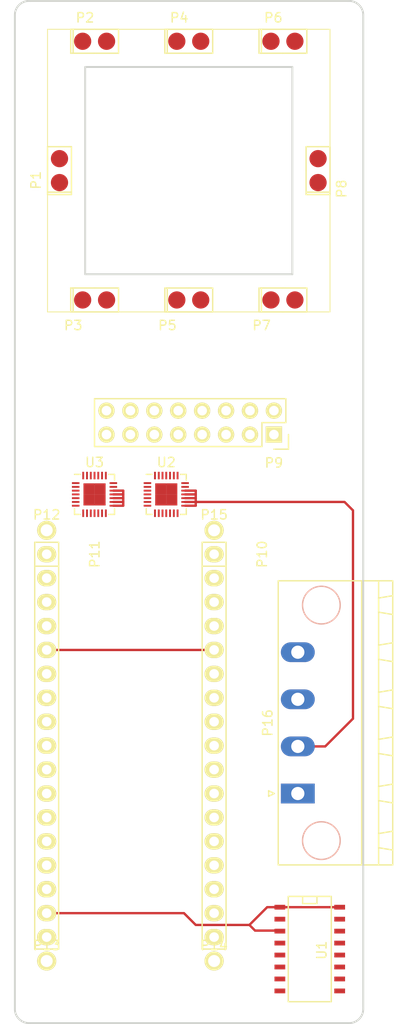
<source format=kicad_pcb>
(kicad_pcb (version 4) (host pcbnew 4.0.4-stable)
  (layers (0 F.Cu signal) (31 B.Cu signal) (34 B.Paste user) (35 F.Paste user) (36 B.SilkS user) (37 F.SilkS user) (38 B.Mask user) (39 F.Mask user) (44 Edge.Cuts user))
  (net 0 "")
  (net 1 /CONN-A15)
  (net 2 /CONN-A16)
  (net 3 /CONN-A11)
  (net 4 /CONN-A12)
  (net 5 /CONN-A13)
  (net 6 /CONN-A14)
  (net 7 /CONN-A7)
  (net 8 /CONN-A8)
  (net 9 /CONN-A9)
  (net 10 /CONN-A10)
  (net 11 /CONN-A5)
  (net 12 /CONN-A6)
  (net 13 /CONN-A3)
  (net 14 /CONN-A4)
  (net 15 /CONN-A1)
  (net 16 /CONN-A2)
  (net 17 /MOSI)
  (net 18 /SS)
  (net 19 "/1(Tx1)")
  (net 20 "/0(Rx1)")
  (net 21 /Reset)
  (net 22 GND)
  (net 23 "/2(SDA)")
  (net 24 "/3(**/SCL)")
  (net 25 "/4(A6)")
  (net 26 "/5(**)")
  (net 27 "/6(**/A7)")
  (net 28 /7)
  (net 29 "/8(A8)")
  (net 30 "/9(**/A9)")
  (net 31 "/10(A10)")
  (net 32 "/11(**)")
  (net 33 "/12(A11)")
  (net 34 /SCK)
  (net 35 /MISO)
  (net 36 /Vin)
  (net 37 +5V)
  (net 38 "Net-(P11-Pad7)")
  (net 39 "Net-(P11-Pad8)")
  (net 40 /A5)
  (net 41 /A4)
  (net 42 /A3)
  (net 43 /A2)
  (net 44 /A1)
  (net 45 /A0)
  (net 46 /AREF)
  (net 47 +3V3)
  (net 48 "/13(**)")
  (net 49 "Net-(P12-Pad1)")
  (net 50 "Net-(P13-Pad1)")
  (net 51 "Net-(P14-Pad1)")
  (net 52 "Net-(P15-Pad1)")
  (net 53 "Net-(U1-Pad13)")
  (net 54 "Net-(U1-Pad12)")
  (net 55 "Net-(U1-Pad11)")
  (net 56 "Net-(U1-Pad10)")
  (net 57 "Net-(U1-Pad9)")
  (net 58 "Net-(U1-Pad7)")
  (net 59 "Net-(U1-Pad6)")
  (net 60 "Net-(U1-Pad5)")
  (net 61 "Net-(U1-Pad4)")
  (net 62 /I+)
  (net 63 /V+)
  (net 64 /V-)
  (net 65 /I-)
  (net 66 "Net-(U2-Pad10)")
  (net 67 "Net-(U2-Pad12)")
  (net 68 "Net-(U2-Pad13)")
  (net 69 "Net-(U2-Pad28)")
  (net 70 "Net-(U3-Pad10)")
  (net 71 "Net-(U3-Pad12)")
  (net 72 "Net-(U3-Pad13)")
  (net 73 "Net-(U3-Pad28)")
  (module Socket_Strips:Socket_Strip_Straight_2x08 (layer F.Cu) (at 152.4 82.55 180)
    (fp_text reference P9 (at 0 -3 180) (layer F.SilkS))
    (fp_text value CONN_02X08)
    (fp_line (start 19.05 3.81) (end -1.27 3.81) (layer F.SilkS) (width 0.15))
    (fp_line (start 1.27 -1.27) (end 19.05 -1.27) (layer F.SilkS) (width 0.15))
    (fp_line (start 19.05 3.81) (end 19.05 -1.27) (layer F.SilkS) (width 0.15))
    (fp_line (start -1.27 3.81) (end -1.27 1.27) (layer F.SilkS) (width 0.15))
    (fp_line (start 0 -1.55) (end -1.55 -1.55) (layer F.SilkS) (width 0.15))
    (fp_line (start -1.27 1.27) (end 1.27 1.27) (layer F.SilkS) (width 0.15))
    (fp_line (start 1.27 1.27) (end 1.27 -1.27) (layer F.SilkS) (width 0.15))
    (fp_line (start -1.55 -1.55) (end -1.55 0) (layer F.SilkS) (width 0.15))
    (pad 1 thru_hole rect (at 0 0 180) (size 1.7272 1.7272) (drill 1.016) (layers *.Cu *.Mask F.SilkS) (net 15 /CONN-A1))
    (pad 2 thru_hole oval (at 0 2.54 180) (size 1.7272 1.7272) (drill 1.016) (layers *.Cu *.Mask F.SilkS) (net 16 /CONN-A2))
    (pad 3 thru_hole oval (at 2.54 0 180) (size 1.7272 1.7272) (drill 1.016) (layers *.Cu *.Mask F.SilkS) (net 13 /CONN-A3))
    (pad 4 thru_hole oval (at 2.54 2.54 180) (size 1.7272 1.7272) (drill 1.016) (layers *.Cu *.Mask F.SilkS) (net 14 /CONN-A4))
    (pad 5 thru_hole oval (at 5.08 0 180) (size 1.7272 1.7272) (drill 1.016) (layers *.Cu *.Mask F.SilkS) (net 11 /CONN-A5))
    (pad 6 thru_hole oval (at 5.08 2.54 180) (size 1.7272 1.7272) (drill 1.016) (layers *.Cu *.Mask F.SilkS) (net 12 /CONN-A6))
    (pad 7 thru_hole oval (at 7.62 0 180) (size 1.7272 1.7272) (drill 1.016) (layers *.Cu *.Mask F.SilkS) (net 7 /CONN-A7))
    (pad 8 thru_hole oval (at 7.62 2.54 180) (size 1.7272 1.7272) (drill 1.016) (layers *.Cu *.Mask F.SilkS) (net 8 /CONN-A8))
    (pad 9 thru_hole oval (at 10.16 0 180) (size 1.7272 1.7272) (drill 1.016) (layers *.Cu *.Mask F.SilkS) (net 9 /CONN-A9))
    (pad 10 thru_hole oval (at 10.16 2.54 180) (size 1.7272 1.7272) (drill 1.016) (layers *.Cu *.Mask F.SilkS) (net 10 /CONN-A10))
    (pad 11 thru_hole oval (at 12.7 0 180) (size 1.7272 1.7272) (drill 1.016) (layers *.Cu *.Mask F.SilkS) (net 3 /CONN-A11))
    (pad 12 thru_hole oval (at 12.7 2.54 180) (size 1.7272 1.7272) (drill 1.016) (layers *.Cu *.Mask F.SilkS) (net 4 /CONN-A12))
    (pad 13 thru_hole oval (at 15.24 0 180) (size 1.7272 1.7272) (drill 1.016) (layers *.Cu *.Mask F.SilkS) (net 5 /CONN-A13))
    (pad 14 thru_hole oval (at 15.24 2.54 180) (size 1.7272 1.7272) (drill 1.016) (layers *.Cu *.Mask F.SilkS) (net 6 /CONN-A14))
    (pad 15 thru_hole oval (at 17.78 0 180) (size 1.7272 1.7272) (drill 1.016) (layers *.Cu *.Mask F.SilkS) (net 1 /CONN-A15))
    (pad 16 thru_hole oval (at 17.78 2.54 180) (size 1.7272 1.7272) (drill 1.016) (layers *.Cu *.Mask F.SilkS) (net 2 /CONN-A16))
  )
  (module arduino:Socket_Strip_Arduino_1x17 (layer F.Cu) (at 146.05 95.25 270)
    (fp_text reference P10 (at 0 -5.1 270) (layer F.SilkS))
    (fp_text value Digital)
    (fp_line (start 1.27 -1.27) (end -1.27 -1.27) (layer F.SilkS) (width 0.15))
    (fp_line (start -1.27 -1.27) (end -1.27 1.27) (layer F.SilkS) (width 0.15))
    (fp_line (start -1.27 1.27) (end 1.27 1.27) (layer F.SilkS) (width 0.15))
    (fp_line (start 1.27 1.27) (end 41.91 1.27) (layer F.SilkS) (width 0.15))
    (fp_line (start 41.91 1.27) (end 41.91 -1.27) (layer F.SilkS) (width 0.15))
    (fp_line (start 41.91 -1.27) (end 1.27 -1.27) (layer F.SilkS) (width 0.15))
    (fp_line (start 1.27 1.27) (end 1.27 -1.27) (layer F.SilkS) (width 0.15))
    (pad 1 thru_hole oval (at 0 0 270) (size 1.7272 2.032) (drill 1.016) (layers *.Cu *.Mask F.SilkS) (net 17 /MOSI))
    (pad 2 thru_hole oval (at 2.54 0 270) (size 1.7272 2.032) (drill 1.016) (layers *.Cu *.Mask F.SilkS) (net 18 /SS))
    (pad 3 thru_hole oval (at 5.08 0 270) (size 1.7272 2.032) (drill 1.016) (layers *.Cu *.Mask F.SilkS) (net 19 "/1(Tx1)"))
    (pad 4 thru_hole oval (at 7.62 0 270) (size 1.7272 2.032) (drill 1.016) (layers *.Cu *.Mask F.SilkS) (net 20 "/0(Rx1)"))
    (pad 5 thru_hole oval (at 10.16 0 270) (size 1.7272 2.032) (drill 1.016) (layers *.Cu *.Mask F.SilkS) (net 21 /Reset))
    (pad 6 thru_hole oval (at 12.7 0 270) (size 1.7272 2.032) (drill 1.016) (layers *.Cu *.Mask F.SilkS) (net 22 GND))
    (pad 7 thru_hole oval (at 15.24 0 270) (size 1.7272 2.032) (drill 1.016) (layers *.Cu *.Mask F.SilkS) (net 23 "/2(SDA)"))
    (pad 8 thru_hole oval (at 17.78 0 270) (size 1.7272 2.032) (drill 1.016) (layers *.Cu *.Mask F.SilkS) (net 24 "/3(**/SCL)"))
    (pad 9 thru_hole oval (at 20.32 0 270) (size 1.7272 2.032) (drill 1.016) (layers *.Cu *.Mask F.SilkS) (net 25 "/4(A6)"))
    (pad 10 thru_hole oval (at 22.86 0 270) (size 1.7272 2.032) (drill 1.016) (layers *.Cu *.Mask F.SilkS) (net 26 "/5(**)"))
    (pad 11 thru_hole oval (at 25.4 0 270) (size 1.7272 2.032) (drill 1.016) (layers *.Cu *.Mask F.SilkS) (net 27 "/6(**/A7)"))
    (pad 12 thru_hole oval (at 27.94 0 270) (size 1.7272 2.032) (drill 1.016) (layers *.Cu *.Mask F.SilkS) (net 28 /7))
    (pad 13 thru_hole oval (at 30.48 0 270) (size 1.7272 2.032) (drill 1.016) (layers *.Cu *.Mask F.SilkS) (net 29 "/8(A8)"))
    (pad 14 thru_hole oval (at 33.02 0 270) (size 1.7272 2.032) (drill 1.016) (layers *.Cu *.Mask F.SilkS) (net 30 "/9(**/A9)"))
    (pad 15 thru_hole oval (at 35.56 0 270) (size 1.7272 2.032) (drill 1.016) (layers *.Cu *.Mask F.SilkS) (net 31 "/10(A10)"))
    (pad 16 thru_hole oval (at 38.1 0 270) (size 1.7272 2.032) (drill 1.016) (layers *.Cu *.Mask F.SilkS) (net 32 "/11(**)"))
    (pad 17 thru_hole oval (at 40.64 0 270) (size 1.7272 2.032) (drill 1.016) (layers *.Cu *.Mask F.SilkS) (net 33 "/12(A11)"))
  )
  (module arduino:Socket_Strip_Arduino_1x17 (layer F.Cu) (at 128.27 95.25 270)
    (fp_text reference P11 (at 0 -5.1 270) (layer F.SilkS))
    (fp_text value Analog)
    (fp_line (start 1.27 -1.27) (end -1.27 -1.27) (layer F.SilkS) (width 0.15))
    (fp_line (start -1.27 -1.27) (end -1.27 1.27) (layer F.SilkS) (width 0.15))
    (fp_line (start -1.27 1.27) (end 1.27 1.27) (layer F.SilkS) (width 0.15))
    (fp_line (start 1.27 1.27) (end 41.91 1.27) (layer F.SilkS) (width 0.15))
    (fp_line (start 41.91 1.27) (end 41.91 -1.27) (layer F.SilkS) (width 0.15))
    (fp_line (start 41.91 -1.27) (end 1.27 -1.27) (layer F.SilkS) (width 0.15))
    (fp_line (start 1.27 1.27) (end 1.27 -1.27) (layer F.SilkS) (width 0.15))
    (pad 1 thru_hole oval (at 0 0 270) (size 1.7272 2.032) (drill 1.016) (layers *.Cu *.Mask F.SilkS) (net 34 /SCK))
    (pad 2 thru_hole oval (at 2.54 0 270) (size 1.7272 2.032) (drill 1.016) (layers *.Cu *.Mask F.SilkS) (net 35 /MISO))
    (pad 3 thru_hole oval (at 5.08 0 270) (size 1.7272 2.032) (drill 1.016) (layers *.Cu *.Mask F.SilkS) (net 36 /Vin))
    (pad 4 thru_hole oval (at 7.62 0 270) (size 1.7272 2.032) (drill 1.016) (layers *.Cu *.Mask F.SilkS) (net 22 GND))
    (pad 5 thru_hole oval (at 10.16 0 270) (size 1.7272 2.032) (drill 1.016) (layers *.Cu *.Mask F.SilkS) (net 21 /Reset))
    (pad 6 thru_hole oval (at 12.7 0 270) (size 1.7272 2.032) (drill 1.016) (layers *.Cu *.Mask F.SilkS) (net 37 +5V))
    (pad 7 thru_hole oval (at 15.24 0 270) (size 1.7272 2.032) (drill 1.016) (layers *.Cu *.Mask F.SilkS) (net 38 "Net-(P11-Pad7)"))
    (pad 8 thru_hole oval (at 17.78 0 270) (size 1.7272 2.032) (drill 1.016) (layers *.Cu *.Mask F.SilkS) (net 39 "Net-(P11-Pad8)"))
    (pad 9 thru_hole oval (at 20.32 0 270) (size 1.7272 2.032) (drill 1.016) (layers *.Cu *.Mask F.SilkS) (net 40 /A5))
    (pad 10 thru_hole oval (at 22.86 0 270) (size 1.7272 2.032) (drill 1.016) (layers *.Cu *.Mask F.SilkS) (net 41 /A4))
    (pad 11 thru_hole oval (at 25.4 0 270) (size 1.7272 2.032) (drill 1.016) (layers *.Cu *.Mask F.SilkS) (net 42 /A3))
    (pad 12 thru_hole oval (at 27.94 0 270) (size 1.7272 2.032) (drill 1.016) (layers *.Cu *.Mask F.SilkS) (net 43 /A2))
    (pad 13 thru_hole oval (at 30.48 0 270) (size 1.7272 2.032) (drill 1.016) (layers *.Cu *.Mask F.SilkS) (net 44 /A1))
    (pad 14 thru_hole oval (at 33.02 0 270) (size 1.7272 2.032) (drill 1.016) (layers *.Cu *.Mask F.SilkS) (net 45 /A0))
    (pad 15 thru_hole oval (at 35.56 0 270) (size 1.7272 2.032) (drill 1.016) (layers *.Cu *.Mask F.SilkS) (net 46 /AREF))
    (pad 16 thru_hole oval (at 38.1 0 270) (size 1.7272 2.032) (drill 1.016) (layers *.Cu *.Mask F.SilkS) (net 47 +3V3))
    (pad 17 thru_hole oval (at 40.64 0 270) (size 1.7272 2.032) (drill 1.016) (layers *.Cu *.Mask F.SilkS) (net 48 "/13(**)"))
  )
  (module arduino:1pin_Micro (layer F.Cu) (at 128.27 92.71)
    (fp_text reference P12 (at 0 -1.651) (layer F.SilkS))
    (fp_text value CONN_01X01)
    (pad 1 thru_hole circle (at 0 0) (size 2.032 2.032) (drill 1.27) (layers *.Cu *.Mask F.SilkS) (net 49 "Net-(P12-Pad1)"))
  )
  (module arduino:1pin_Micro (layer F.Cu) (at 128.27 138.43)
    (fp_text reference P13 (at 0 -1.651) (layer F.SilkS))
    (fp_text value CONN_01X01)
    (pad 1 thru_hole circle (at 0 0) (size 2.032 2.032) (drill 1.27) (layers *.Cu *.Mask F.SilkS) (net 50 "Net-(P13-Pad1)"))
  )
  (module arduino:1pin_Micro (layer F.Cu) (at 146.05 138.43)
    (fp_text reference P14 (at 0 -1.651) (layer F.SilkS))
    (fp_text value CONN_01X01)
    (pad 1 thru_hole circle (at 0 0) (size 2.032 2.032) (drill 1.27) (layers *.Cu *.Mask F.SilkS) (net 51 "Net-(P14-Pad1)"))
  )
  (module arduino:1pin_Micro (layer F.Cu) (at 146.05 92.71)
    (fp_text reference P15 (at 0 -1.651) (layer F.SilkS))
    (fp_text value CONN_01X01)
    (pad 1 thru_hole circle (at 0 0) (size 2.032 2.032) (drill 1.27) (layers *.Cu *.Mask F.SilkS) (net 52 "Net-(P15-Pad1)"))
  )
  (module myparts:2x1_pogo_pin (layer F.Cu) (at 132.09 68.26)
    (fp_text reference P3 (at -1 2.7) (layer F.SilkS))
    (fp_text value 2x1_pogo_pin)
    (fp_line (start -1.016 -1.27) (end -1.016 1.27) (layer F.SilkS) (width 0.15))
    (fp_line (start 1.27 -1.27) (end 3.81 -1.27) (layer F.SilkS) (width 0.15))
    (fp_line (start 3.81 -1.27) (end 3.81 1.27) (layer F.SilkS) (width 0.15))
    (fp_line (start 3.81 1.27) (end 1.27 1.27) (layer F.SilkS) (width 0.15))
    (fp_line (start -1.27 -1.27) (end -1.27 1.27) (layer F.SilkS) (width 0.15))
    (fp_line (start -1.27 1.27) (end 1.27 1.27) (layer F.SilkS) (width 0.15))
    (fp_line (start 1.27 -1.27) (end -1.27 -1.27) (layer F.SilkS) (width 0.15))
    (pad 1 smd circle (at 0 0) (size 1.83 1.83) (layers F.Cu F.Paste F.Mask) (net 5 /CONN-A13))
    (pad 2 smd circle (at 2.54 0) (size 1.83 1.83) (layers F.Cu F.Paste F.Mask) (net 6 /CONN-A14))
  )
  (module myparts:2x1_pogo_pin (layer F.Cu) (at 152.09 40.8)
    (fp_text reference P6 (at 0.25 -2.5) (layer F.SilkS))
    (fp_text value 2x1_pogo_pin)
    (fp_line (start -1.016 -1.27) (end -1.016 1.27) (layer F.SilkS) (width 0.15))
    (fp_line (start 1.27 -1.27) (end 3.81 -1.27) (layer F.SilkS) (width 0.15))
    (fp_line (start 3.81 -1.27) (end 3.81 1.27) (layer F.SilkS) (width 0.15))
    (fp_line (start 3.81 1.27) (end 1.27 1.27) (layer F.SilkS) (width 0.15))
    (fp_line (start -1.27 -1.27) (end -1.27 1.27) (layer F.SilkS) (width 0.15))
    (fp_line (start -1.27 1.27) (end 1.27 1.27) (layer F.SilkS) (width 0.15))
    (fp_line (start 1.27 -1.27) (end -1.27 -1.27) (layer F.SilkS) (width 0.15))
    (pad 1 smd circle (at 0 0) (size 1.83 1.83) (layers F.Cu F.Paste F.Mask) (net 11 /CONN-A5))
    (pad 2 smd circle (at 2.54 0) (size 1.83 1.83) (layers F.Cu F.Paste F.Mask) (net 12 /CONN-A6))
  )
  (module myparts:2x1_pogo_pin (layer F.Cu) (at 142.09 40.8)
    (fp_text reference P4 (at 0.25 -2.5) (layer F.SilkS))
    (fp_text value 2x1_pogo_pin)
    (fp_line (start -1.016 -1.27) (end -1.016 1.27) (layer F.SilkS) (width 0.15))
    (fp_line (start 1.27 -1.27) (end 3.81 -1.27) (layer F.SilkS) (width 0.15))
    (fp_line (start 3.81 -1.27) (end 3.81 1.27) (layer F.SilkS) (width 0.15))
    (fp_line (start 3.81 1.27) (end 1.27 1.27) (layer F.SilkS) (width 0.15))
    (fp_line (start -1.27 -1.27) (end -1.27 1.27) (layer F.SilkS) (width 0.15))
    (fp_line (start -1.27 1.27) (end 1.27 1.27) (layer F.SilkS) (width 0.15))
    (fp_line (start 1.27 -1.27) (end -1.27 -1.27) (layer F.SilkS) (width 0.15))
    (pad 1 smd circle (at 0 0) (size 1.83 1.83) (layers F.Cu F.Paste F.Mask) (net 7 /CONN-A7))
    (pad 2 smd circle (at 2.54 0) (size 1.83 1.83) (layers F.Cu F.Paste F.Mask) (net 8 /CONN-A8))
  )
  (module myparts:2x1_pogo_pin (layer F.Cu) (at 132.09 40.8)
    (fp_text reference P2 (at 0.25 -2.5) (layer F.SilkS))
    (fp_text value 2x1_pogo_pin)
    (fp_line (start -1.016 -1.27) (end -1.016 1.27) (layer F.SilkS) (width 0.15))
    (fp_line (start 1.27 -1.27) (end 3.81 -1.27) (layer F.SilkS) (width 0.15))
    (fp_line (start 3.81 -1.27) (end 3.81 1.27) (layer F.SilkS) (width 0.15))
    (fp_line (start 3.81 1.27) (end 1.27 1.27) (layer F.SilkS) (width 0.15))
    (fp_line (start -1.27 -1.27) (end -1.27 1.27) (layer F.SilkS) (width 0.15))
    (fp_line (start -1.27 1.27) (end 1.27 1.27) (layer F.SilkS) (width 0.15))
    (fp_line (start 1.27 -1.27) (end -1.27 -1.27) (layer F.SilkS) (width 0.15))
    (pad 1 smd circle (at 0 0) (size 1.83 1.83) (layers F.Cu F.Paste F.Mask) (net 3 /CONN-A11))
    (pad 2 smd circle (at 2.54 0) (size 1.83 1.83) (layers F.Cu F.Paste F.Mask) (net 4 /CONN-A12))
  )
  (module myparts:2x1_pogo_pin (layer F.Cu) (at 152.09 68.26)
    (fp_text reference P7 (at -1 2.7) (layer F.SilkS))
    (fp_text value 2x1_pogo_pin)
    (fp_line (start -1.016 -1.27) (end -1.016 1.27) (layer F.SilkS) (width 0.15))
    (fp_line (start 1.27 -1.27) (end 3.81 -1.27) (layer F.SilkS) (width 0.15))
    (fp_line (start 3.81 -1.27) (end 3.81 1.27) (layer F.SilkS) (width 0.15))
    (fp_line (start 3.81 1.27) (end 1.27 1.27) (layer F.SilkS) (width 0.15))
    (fp_line (start -1.27 -1.27) (end -1.27 1.27) (layer F.SilkS) (width 0.15))
    (fp_line (start -1.27 1.27) (end 1.27 1.27) (layer F.SilkS) (width 0.15))
    (fp_line (start 1.27 -1.27) (end -1.27 -1.27) (layer F.SilkS) (width 0.15))
    (pad 1 smd circle (at 0 0) (size 1.83 1.83) (layers F.Cu F.Paste F.Mask) (net 13 /CONN-A3))
    (pad 2 smd circle (at 2.54 0) (size 1.83 1.83) (layers F.Cu F.Paste F.Mask) (net 14 /CONN-A4))
  )
  (module myparts:2x1_pogo_pin (layer F.Cu) (at 142.09 68.26)
    (fp_text reference P5 (at -1 2.7) (layer F.SilkS))
    (fp_text value 2x1_pogo_pin)
    (fp_line (start -1.016 -1.27) (end -1.016 1.27) (layer F.SilkS) (width 0.15))
    (fp_line (start 1.27 -1.27) (end 3.81 -1.27) (layer F.SilkS) (width 0.15))
    (fp_line (start 3.81 -1.27) (end 3.81 1.27) (layer F.SilkS) (width 0.15))
    (fp_line (start 3.81 1.27) (end 1.27 1.27) (layer F.SilkS) (width 0.15))
    (fp_line (start -1.27 -1.27) (end -1.27 1.27) (layer F.SilkS) (width 0.15))
    (fp_line (start -1.27 1.27) (end 1.27 1.27) (layer F.SilkS) (width 0.15))
    (fp_line (start 1.27 -1.27) (end -1.27 -1.27) (layer F.SilkS) (width 0.15))
    (pad 1 smd circle (at 0 0) (size 1.83 1.83) (layers F.Cu F.Paste F.Mask) (net 9 /CONN-A9))
    (pad 2 smd circle (at 2.54 0) (size 1.83 1.83) (layers F.Cu F.Paste F.Mask) (net 10 /CONN-A10))
  )
  (module myparts:2x1_pogo_pin (layer F.Cu) (at 129.63 55.8 90)
    (fp_text reference P1 (at 0.25 -2.5 90) (layer F.SilkS))
    (fp_text value 2x1_pogo_pin)
    (fp_line (start -1.016 -1.27) (end -1.016 1.27) (layer F.SilkS) (width 0.15))
    (fp_line (start 1.27 -1.27) (end 3.81 -1.27) (layer F.SilkS) (width 0.15))
    (fp_line (start 3.81 -1.27) (end 3.81 1.27) (layer F.SilkS) (width 0.15))
    (fp_line (start 3.81 1.27) (end 1.27 1.27) (layer F.SilkS) (width 0.15))
    (fp_line (start -1.27 -1.27) (end -1.27 1.27) (layer F.SilkS) (width 0.15))
    (fp_line (start -1.27 1.27) (end 1.27 1.27) (layer F.SilkS) (width 0.15))
    (fp_line (start 1.27 -1.27) (end -1.27 -1.27) (layer F.SilkS) (width 0.15))
    (pad 1 smd circle (at 0 0 90) (size 1.83 1.83) (layers F.Cu F.Paste F.Mask) (net 1 /CONN-A15))
    (pad 2 smd circle (at 2.54 0 90) (size 1.83 1.83) (layers F.Cu F.Paste F.Mask) (net 2 /CONN-A16))
  )
  (module myparts:2x1_pogo_pin (layer F.Cu) (at 157.09 55.8 90)
    (fp_text reference P8 (at -0.66 2.5 90) (layer F.SilkS))
    (fp_text value 2x1_pogo_pin)
    (fp_line (start -1.016 -1.27) (end -1.016 1.27) (layer F.SilkS) (width 0.15))
    (fp_line (start 1.27 -1.27) (end 3.81 -1.27) (layer F.SilkS) (width 0.15))
    (fp_line (start 3.81 -1.27) (end 3.81 1.27) (layer F.SilkS) (width 0.15))
    (fp_line (start 3.81 1.27) (end 1.27 1.27) (layer F.SilkS) (width 0.15))
    (fp_line (start -1.27 -1.27) (end -1.27 1.27) (layer F.SilkS) (width 0.15))
    (fp_line (start -1.27 1.27) (end 1.27 1.27) (layer F.SilkS) (width 0.15))
    (fp_line (start 1.27 -1.27) (end -1.27 -1.27) (layer F.SilkS) (width 0.15))
    (pad 1 smd circle (at 0 0 90) (size 1.83 1.83) (layers F.Cu F.Paste F.Mask) (net 15 /CONN-A1))
    (pad 2 smd circle (at 2.54 0 90) (size 1.83 1.83) (layers F.Cu F.Paste F.Mask) (net 16 /CONN-A2))
  )
  (module myparts:PhoenixContact_MSTB-GF_04x5.00mm_Angled_ThreadedFlange_MountHole (layer F.Cu) (at 154.94 120.65 90)
    (fp_text reference P16 (at 7.5 -3.2 90) (layer F.SilkS))
    (fp_text value CONN_01X04)
    (fp_circle (center -5 2.5) (end -3 2.5) (layer B.SilkS) (width 0.15))
    (fp_circle (center 20 2.5) (end 22 2.5) (layer B.SilkS) (width 0.15))
    (fp_line (start -7.58 -2.08) (end -7.58 10.08) (layer F.SilkS) (width 0.15))
    (fp_line (start -7.58 10.08) (end 22.58 10.08) (layer F.SilkS) (width 0.15))
    (fp_line (start 22.58 10.08) (end 22.58 -2.08) (layer F.SilkS) (width 0.15))
    (fp_line (start 22.58 -2.08) (end -7.58 -2.08) (layer F.SilkS) (width 0.15))
    (fp_line (start -7.58 8.58) (end -7.58 6.78) (layer F.SilkS) (width 0.15))
    (fp_line (start -7.58 6.78) (end 22.58 6.78) (layer F.SilkS) (width 0.15))
    (fp_line (start 22.58 6.78) (end 22.58 8.58) (layer F.SilkS) (width 0.15))
    (fp_line (start 22.58 8.58) (end -7.58 8.58) (layer F.SilkS) (width 0.15))
    (fp_line (start -6 10.08) (end -4 10.08) (layer F.SilkS) (width 0.15))
    (fp_line (start -4 10.08) (end -4.25 8.58) (layer F.SilkS) (width 0.15))
    (fp_line (start -4.25 8.58) (end -5.75 8.58) (layer F.SilkS) (width 0.15))
    (fp_line (start -5.75 8.58) (end -6 10.08) (layer F.SilkS) (width 0.15))
    (fp_line (start 19 10.08) (end 21 10.08) (layer F.SilkS) (width 0.15))
    (fp_line (start 21 10.08) (end 20.75 8.58) (layer F.SilkS) (width 0.15))
    (fp_line (start 20.75 8.58) (end 19.25 8.58) (layer F.SilkS) (width 0.15))
    (fp_line (start 19.25 8.58) (end 19 10.08) (layer F.SilkS) (width 0.15))
    (fp_line (start -1 10.08) (end 1 10.08) (layer F.SilkS) (width 0.15))
    (fp_line (start 1 10.08) (end 0.75 8.58) (layer F.SilkS) (width 0.15))
    (fp_line (start 0.75 8.58) (end -0.75 8.58) (layer F.SilkS) (width 0.15))
    (fp_line (start -0.75 8.58) (end -1 10.08) (layer F.SilkS) (width 0.15))
    (fp_line (start 4 10.08) (end 6 10.08) (layer F.SilkS) (width 0.15))
    (fp_line (start 6 10.08) (end 5.75 8.58) (layer F.SilkS) (width 0.15))
    (fp_line (start 5.75 8.58) (end 4.25 8.58) (layer F.SilkS) (width 0.15))
    (fp_line (start 4.25 8.58) (end 4 10.08) (layer F.SilkS) (width 0.15))
    (fp_line (start 9 10.08) (end 11 10.08) (layer F.SilkS) (width 0.15))
    (fp_line (start 11 10.08) (end 10.75 8.58) (layer F.SilkS) (width 0.15))
    (fp_line (start 10.75 8.58) (end 9.25 8.58) (layer F.SilkS) (width 0.15))
    (fp_line (start 9.25 8.58) (end 9 10.08) (layer F.SilkS) (width 0.15))
    (fp_line (start 14 10.08) (end 16 10.08) (layer F.SilkS) (width 0.15))
    (fp_line (start 16 10.08) (end 15.75 8.58) (layer F.SilkS) (width 0.15))
    (fp_line (start 15.75 8.58) (end 14.25 8.58) (layer F.SilkS) (width 0.15))
    (fp_line (start 14.25 8.58) (end 14 10.08) (layer F.SilkS) (width 0.15))
    (fp_line (start 0 -2.5) (end 0.3 -3.1) (layer F.SilkS) (width 0.15))
    (fp_line (start 0.3 -3.1) (end -0.3 -3.1) (layer F.SilkS) (width 0.15))
    (fp_line (start -0.3 -3.1) (end 0 -2.5) (layer F.SilkS) (width 0.15))
    (pad 1 thru_hole rect (at 0 0 90) (size 2.1 3.6) (drill 1.4) (layers *.Cu *.Mask) (net 62 /I+))
    (pad 2 thru_hole oval (at 5 0 90) (size 2.1 3.6) (drill 1.4) (layers *.Cu *.Mask) (net 63 /V+))
    (pad 3 thru_hole oval (at 10 0 90) (size 2.1 3.6) (drill 1.4) (layers *.Cu *.Mask) (net 64 /V-))
    (pad 4 thru_hole oval (at 15 0 90) (size 2.1 3.6) (drill 1.4) (layers *.Cu *.Mask) (net 65 /I-))
    (pad "" np_thru_hole circle (at -5 2.5 90) (size 2.4 2.4) (drill 2.4) (layers *.Cu *.Mask))
    (pad "" np_thru_hole circle (at 20 2.5 90) (size 2.4 2.4) (drill 2.4) (layers *.Cu *.Mask))
  )
  (module SMD_Packages:SO-16-N (layer F.Cu) (at 156.21 137.16 270)
    (fp_text reference U1 (at 0.127 -1.27 270) (layer F.SilkS))
    (fp_text value PCF8574)
    (fp_line (start -5.588 -0.762) (end -4.826 -0.762) (layer F.SilkS) (width 0.15))
    (fp_line (start -4.826 -0.762) (end -4.826 0.762) (layer F.SilkS) (width 0.15))
    (fp_line (start -4.826 0.762) (end -5.588 0.762) (layer F.SilkS) (width 0.15))
    (fp_line (start 5.588 -2.286) (end 5.588 2.286) (layer F.SilkS) (width 0.15))
    (fp_line (start 5.588 2.286) (end -5.588 2.286) (layer F.SilkS) (width 0.15))
    (fp_line (start -5.588 2.286) (end -5.588 -2.286) (layer F.SilkS) (width 0.15))
    (fp_line (start -5.588 -2.286) (end 5.588 -2.286) (layer F.SilkS) (width 0.15))
    (pad 16 smd rect (at -4.445 -3.175 270) (size 0.508 1.143) (layers F.Cu F.Paste F.Mask) (net 47 +3V3))
    (pad 14 smd rect (at -1.905 -3.175 270) (size 0.508 1.143) (layers F.Cu F.Paste F.Mask) (net 24 "/3(**/SCL)"))
    (pad 13 smd rect (at -0.635 -3.175 270) (size 0.508 1.143) (layers F.Cu F.Paste F.Mask) (net 53 "Net-(U1-Pad13)"))
    (pad 12 smd rect (at 0.635 -3.175 270) (size 0.508 1.143) (layers F.Cu F.Paste F.Mask) (net 54 "Net-(U1-Pad12)"))
    (pad 11 smd rect (at 1.905 -3.175 270) (size 0.508 1.143) (layers F.Cu F.Paste F.Mask) (net 55 "Net-(U1-Pad11)"))
    (pad 10 smd rect (at 3.175 -3.175 270) (size 0.508 1.143) (layers F.Cu F.Paste F.Mask) (net 56 "Net-(U1-Pad10)"))
    (pad 9 smd rect (at 4.445 -3.175 270) (size 0.508 1.143) (layers F.Cu F.Paste F.Mask) (net 57 "Net-(U1-Pad9)"))
    (pad 8 smd rect (at 4.445 3.175 270) (size 0.508 1.143) (layers F.Cu F.Paste F.Mask) (net 22 GND))
    (pad 7 smd rect (at 3.175 3.175 270) (size 0.508 1.143) (layers F.Cu F.Paste F.Mask) (net 58 "Net-(U1-Pad7)"))
    (pad 6 smd rect (at 1.905 3.175 270) (size 0.508 1.143) (layers F.Cu F.Paste F.Mask) (net 59 "Net-(U1-Pad6)"))
    (pad 5 smd rect (at 0.635 3.175 270) (size 0.508 1.143) (layers F.Cu F.Paste F.Mask) (net 60 "Net-(U1-Pad5)"))
    (pad 4 smd rect (at -0.635 3.175 270) (size 0.508 1.143) (layers F.Cu F.Paste F.Mask) (net 61 "Net-(U1-Pad4)"))
    (pad 3 smd rect (at -1.905 3.175 270) (size 0.508 1.143) (layers F.Cu F.Paste F.Mask) (net 47 +3V3))
    (pad 2 smd rect (at -3.175 3.175 270) (size 0.508 1.143) (layers F.Cu F.Paste F.Mask) (net 22 GND))
    (pad 1 smd rect (at -4.445 3.175 270) (size 0.508 1.143) (layers F.Cu F.Paste F.Mask) (net 47 +3V3))
    (pad 15 smd rect (at -3.175 -3.175 270) (size 0.508 1.143) (layers F.Cu F.Paste F.Mask) (net 23 "/2(SDA)"))
  )
  (module Housings_DFN_QFN:UQFN-28-1EP_4x4mm_Pitch0.4mm (layer F.Cu) (at 140.97 88.9)
    (fp_text reference U2 (at 0 -3.4) (layer F.SilkS))
    (fp_text value MAX14662)
    (fp_line (start 2.125 -2.125) (end 2.125 -1.525) (layer F.SilkS) (width 0.15))
    (fp_line (start -2.125 2.125) (end -2.125 1.525) (layer F.SilkS) (width 0.15))
    (fp_line (start 2.125 2.125) (end 2.125 1.525) (layer F.SilkS) (width 0.15))
    (fp_line (start -2.125 -2.125) (end -1.525 -2.125) (layer F.SilkS) (width 0.15))
    (fp_line (start -2.125 2.125) (end -1.525 2.125) (layer F.SilkS) (width 0.15))
    (fp_line (start 2.125 2.125) (end 1.525 2.125) (layer F.SilkS) (width 0.15))
    (fp_line (start 2.125 -2.125) (end 1.525 -2.125) (layer F.SilkS) (width 0.15))
    (pad 1 smd rect (at -2 -1.2) (size 0.8 0.2) (layers F.Cu F.Paste F.Mask) (net 47 +3V3))
    (pad 2 smd rect (at -2 -0.8) (size 0.8 0.2) (layers F.Cu F.Paste F.Mask) (net 2 /CONN-A16))
    (pad 3 smd rect (at -2 -0.4) (size 0.8 0.2) (layers F.Cu F.Paste F.Mask) (net 6 /CONN-A14))
    (pad 4 smd rect (at -2 0) (size 0.8 0.2) (layers F.Cu F.Paste F.Mask) (net 4 /CONN-A12))
    (pad 5 smd rect (at -2 0.4) (size 0.8 0.2) (layers F.Cu F.Paste F.Mask) (net 10 /CONN-A10))
    (pad 6 smd rect (at -2 0.8) (size 0.8 0.2) (layers F.Cu F.Paste F.Mask) (net 8 /CONN-A8))
    (pad 7 smd rect (at -2 1.2) (size 0.8 0.2) (layers F.Cu F.Paste F.Mask) (net 12 /CONN-A6))
    (pad 8 smd rect (at -1.2 2 90) (size 0.8 0.2) (layers F.Cu F.Paste F.Mask) (net 14 /CONN-A4))
    (pad 9 smd rect (at -0.8 2 90) (size 0.8 0.2) (layers F.Cu F.Paste F.Mask) (net 16 /CONN-A2))
    (pad 10 smd rect (at -0.4 2 90) (size 0.8 0.2) (layers F.Cu F.Paste F.Mask) (net 66 "Net-(U2-Pad10)"))
    (pad 11 smd rect (at 0 2 90) (size 0.8 0.2) (layers F.Cu F.Paste F.Mask) (net 22 GND))
    (pad 12 smd rect (at 0.4 2 90) (size 0.8 0.2) (layers F.Cu F.Paste F.Mask) (net 67 "Net-(U2-Pad12)"))
    (pad 13 smd rect (at 0.8 2 90) (size 0.8 0.2) (layers F.Cu F.Paste F.Mask) (net 68 "Net-(U2-Pad13)"))
    (pad 14 smd rect (at 1.2 2 90) (size 0.8 0.2) (layers F.Cu F.Paste F.Mask) (net 64 /V-))
    (pad 15 smd rect (at 2 1.2) (size 0.8 0.2) (layers F.Cu F.Paste F.Mask) (net 63 /V+))
    (pad 16 smd rect (at 2 0.8) (size 0.8 0.2) (layers F.Cu F.Paste F.Mask) (net 63 /V+))
    (pad 17 smd rect (at 2 0.4) (size 0.8 0.2) (layers F.Cu F.Paste F.Mask) (net 63 /V+))
    (pad 18 smd rect (at 2 0) (size 0.8 0.2) (layers F.Cu F.Paste F.Mask) (net 63 /V+))
    (pad 19 smd rect (at 2 -0.4) (size 0.8 0.2) (layers F.Cu F.Paste F.Mask) (net 63 /V+))
    (pad 20 smd rect (at 2 -0.8) (size 0.8 0.2) (layers F.Cu F.Paste F.Mask) (net 63 /V+))
    (pad 21 smd rect (at 2 -1.2) (size 0.8 0.2) (layers F.Cu F.Paste F.Mask) (net 64 /V-))
    (pad 22 smd rect (at 1.2 -2 90) (size 0.8 0.2) (layers F.Cu F.Paste F.Mask) (net 47 +3V3))
    (pad 23 smd rect (at 0.8 -2 90) (size 0.8 0.2) (layers F.Cu F.Paste F.Mask) (net 61 "Net-(U1-Pad4)"))
    (pad 24 smd rect (at 0.4 -2 90) (size 0.8 0.2) (layers F.Cu F.Paste F.Mask) (net 34 /SCK))
    (pad 25 smd rect (at 0 -2 90) (size 0.8 0.2) (layers F.Cu F.Paste F.Mask) (net 22 GND))
    (pad 26 smd rect (at -0.4 -2 90) (size 0.8 0.2) (layers F.Cu F.Paste F.Mask) (net 47 +3V3))
    (pad 27 smd rect (at -0.8 -2 90) (size 0.8 0.2) (layers F.Cu F.Paste F.Mask) (net 17 /MOSI))
    (pad 28 smd rect (at -1.2 -2 90) (size 0.8 0.2) (layers F.Cu F.Paste F.Mask) (net 69 "Net-(U2-Pad28)"))
    (pad 29 smd rect (at 0.5875 0.5875) (size 1.175 1.175) (layers F.Cu F.Paste F.Mask))
    (pad 29 smd rect (at 0.5875 -0.5875) (size 1.175 1.175) (layers F.Cu F.Paste F.Mask))
    (pad 29 smd rect (at -0.5875 0.5875) (size 1.175 1.175) (layers F.Cu F.Paste F.Mask))
    (pad 29 smd rect (at -0.5875 -0.5875) (size 1.175 1.175) (layers F.Cu F.Paste F.Mask))
  )
  (module Housings_DFN_QFN:UQFN-28-1EP_4x4mm_Pitch0.4mm (layer F.Cu) (at 133.35 88.9)
    (fp_text reference U3 (at 0 -3.4) (layer F.SilkS))
    (fp_text value MAX14662)
    (fp_line (start 2.125 -2.125) (end 2.125 -1.525) (layer F.SilkS) (width 0.15))
    (fp_line (start -2.125 2.125) (end -2.125 1.525) (layer F.SilkS) (width 0.15))
    (fp_line (start 2.125 2.125) (end 2.125 1.525) (layer F.SilkS) (width 0.15))
    (fp_line (start -2.125 -2.125) (end -1.525 -2.125) (layer F.SilkS) (width 0.15))
    (fp_line (start -2.125 2.125) (end -1.525 2.125) (layer F.SilkS) (width 0.15))
    (fp_line (start 2.125 2.125) (end 1.525 2.125) (layer F.SilkS) (width 0.15))
    (fp_line (start 2.125 -2.125) (end 1.525 -2.125) (layer F.SilkS) (width 0.15))
    (pad 1 smd rect (at -2 -1.2) (size 0.8 0.2) (layers F.Cu F.Paste F.Mask) (net 47 +3V3))
    (pad 2 smd rect (at -2 -0.8) (size 0.8 0.2) (layers F.Cu F.Paste F.Mask) (net 1 /CONN-A15))
    (pad 3 smd rect (at -2 -0.4) (size 0.8 0.2) (layers F.Cu F.Paste F.Mask) (net 5 /CONN-A13))
    (pad 4 smd rect (at -2 0) (size 0.8 0.2) (layers F.Cu F.Paste F.Mask) (net 3 /CONN-A11))
    (pad 5 smd rect (at -2 0.4) (size 0.8 0.2) (layers F.Cu F.Paste F.Mask) (net 9 /CONN-A9))
    (pad 6 smd rect (at -2 0.8) (size 0.8 0.2) (layers F.Cu F.Paste F.Mask) (net 7 /CONN-A7))
    (pad 7 smd rect (at -2 1.2) (size 0.8 0.2) (layers F.Cu F.Paste F.Mask) (net 11 /CONN-A5))
    (pad 8 smd rect (at -1.2 2 90) (size 0.8 0.2) (layers F.Cu F.Paste F.Mask) (net 13 /CONN-A3))
    (pad 9 smd rect (at -0.8 2 90) (size 0.8 0.2) (layers F.Cu F.Paste F.Mask) (net 15 /CONN-A1))
    (pad 10 smd rect (at -0.4 2 90) (size 0.8 0.2) (layers F.Cu F.Paste F.Mask) (net 70 "Net-(U3-Pad10)"))
    (pad 11 smd rect (at 0 2 90) (size 0.8 0.2) (layers F.Cu F.Paste F.Mask) (net 22 GND))
    (pad 12 smd rect (at 0.4 2 90) (size 0.8 0.2) (layers F.Cu F.Paste F.Mask) (net 71 "Net-(U3-Pad12)"))
    (pad 13 smd rect (at 0.8 2 90) (size 0.8 0.2) (layers F.Cu F.Paste F.Mask) (net 72 "Net-(U3-Pad13)"))
    (pad 14 smd rect (at 1.2 2 90) (size 0.8 0.2) (layers F.Cu F.Paste F.Mask) (net 65 /I-))
    (pad 15 smd rect (at 2 1.2) (size 0.8 0.2) (layers F.Cu F.Paste F.Mask) (net 62 /I+))
    (pad 16 smd rect (at 2 0.8) (size 0.8 0.2) (layers F.Cu F.Paste F.Mask) (net 62 /I+))
    (pad 17 smd rect (at 2 0.4) (size 0.8 0.2) (layers F.Cu F.Paste F.Mask) (net 62 /I+))
    (pad 18 smd rect (at 2 0) (size 0.8 0.2) (layers F.Cu F.Paste F.Mask) (net 62 /I+))
    (pad 19 smd rect (at 2 -0.4) (size 0.8 0.2) (layers F.Cu F.Paste F.Mask) (net 62 /I+))
    (pad 20 smd rect (at 2 -0.8) (size 0.8 0.2) (layers F.Cu F.Paste F.Mask) (net 62 /I+))
    (pad 21 smd rect (at 2 -1.2) (size 0.8 0.2) (layers F.Cu F.Paste F.Mask) (net 65 /I-))
    (pad 22 smd rect (at 1.2 -2 90) (size 0.8 0.2) (layers F.Cu F.Paste F.Mask) (net 47 +3V3))
    (pad 23 smd rect (at 0.8 -2 90) (size 0.8 0.2) (layers F.Cu F.Paste F.Mask) (net 69 "Net-(U2-Pad28)"))
    (pad 24 smd rect (at 0.4 -2 90) (size 0.8 0.2) (layers F.Cu F.Paste F.Mask) (net 34 /SCK))
    (pad 25 smd rect (at 0 -2 90) (size 0.8 0.2) (layers F.Cu F.Paste F.Mask) (net 22 GND))
    (pad 26 smd rect (at -0.4 -2 90) (size 0.8 0.2) (layers F.Cu F.Paste F.Mask) (net 47 +3V3))
    (pad 27 smd rect (at -0.8 -2 90) (size 0.8 0.2) (layers F.Cu F.Paste F.Mask) (net 17 /MOSI))
    (pad 28 smd rect (at -1.2 -2 90) (size 0.8 0.2) (layers F.Cu F.Paste F.Mask) (net 73 "Net-(U3-Pad28)"))
    (pad 29 smd rect (at 0.5875 0.5875) (size 1.175 1.175) (layers F.Cu F.Paste F.Mask))
    (pad 29 smd rect (at 0.5875 -0.5875) (size 1.175 1.175) (layers F.Cu F.Paste F.Mask))
    (pad 29 smd rect (at -0.5875 0.5875) (size 1.175 1.175) (layers F.Cu F.Paste F.Mask))
    (pad 29 smd rect (at -0.5875 -0.5875) (size 1.175 1.175) (layers F.Cu F.Paste F.Mask))
  )
  (gr_line (start 124.89 143.52) (end 124.89 38.02) (angle 90) (layer Edge.Cuts) (width 0.2))
  (gr_line (start 161.89 38.02) (end 161.89 143.52) (angle 90) (layer Edge.Cuts) (width 0.2))
  (gr_line (start 128.36 39.53) (end 128.36 69.53) (layer F.SilkS) (width 0.1))
  (gr_line (start 158.36 39.53) (end 128.36 39.53) (layer F.SilkS) (width 0.1))
  (gr_line (start 158.36 69.53) (end 158.36 39.53) (layer F.SilkS) (width 0.1))
  (gr_line (start 128.36 69.53) (end 158.36 69.53) (layer F.SilkS) (width 0.1))
  (gr_line (start 132.36 43.529967) (end 132.36 65.529967) (layer Edge.Cuts) (width 0.2))
  (gr_line (start 154.36 43.529967) (end 132.36 43.529967) (layer Edge.Cuts) (width 0.2))
  (gr_line (start 154.36 65.529967) (end 154.36 43.529967) (layer Edge.Cuts) (width 0.2))
  (gr_line (start 132.36 65.529967) (end 154.36 65.529967) (layer Edge.Cuts) (width 0.2))
  (gr_arc (start 160.39 143.52) (end 161.89 143.52) (angle 90) (layer Edge.Cuts) (width 0.2))
  (gr_arc (start 126.39 143.52) (end 126.39 145.02) (angle 90) (layer Edge.Cuts) (width 0.2))
  (gr_arc (start 126.39 38.02) (end 124.89 38.02) (angle 90) (layer Edge.Cuts) (width 0.2))
  (gr_arc (start 160.39 38.02) (end 160.39 36.52) (angle 90) (layer Edge.Cuts) (width 0.2))
  (gr_line (start 126.39 36.52) (end 160.39 36.52) (angle 90) (layer Edge.Cuts) (width 0.2))
  (gr_line (start 160.39 145.02) (end 126.39 145.02) (angle 90) (layer Edge.Cuts) (width 0.2))
  (segment (start 146.05 105.41) (end 128.27 105.41) (width 0.25) (layer F.Cu) (net 21))
  (segment (start 149.8 134.6) (end 150.4 135.2) (width 0.25) (layer F.Cu) (net 47))
  (segment (start 150.4 135.2) (end 152.98 135.2) (width 0.25) (layer F.Cu) (net 47))
  (segment (start 152.98 135.2) (end 153.035 135.255) (width 0.25) (layer F.Cu) (net 47))
  (segment (start 153.035 132.715) (end 159.385 132.715) (width 0.25) (layer F.Cu) (net 47))
  (segment (start 128.27 133.35) (end 142.85 133.35) (width 0.25) (layer F.Cu) (net 47))
  (segment (start 151.685 132.715) (end 153.035 132.715) (width 0.25) (layer F.Cu) (net 47))
  (segment (start 149.8 134.6) (end 151.685 132.715) (width 0.25) (layer F.Cu) (net 47))
  (segment (start 147.8 134.6) (end 149.8 134.6) (width 0.25) (layer F.Cu) (net 47))
  (segment (start 144.1 134.6) (end 147.8 134.6) (width 0.25) (layer F.Cu) (net 47))
  (segment (start 142.85 133.35) (end 144.1 134.6) (width 0.25) (layer F.Cu) (net 47))
  (segment (start 136.4 89.7) (end 136.4 88.5) (width 0.25) (layer F.Cu) (net 62))
  (segment (start 136.4 88.5) (end 135.35 88.5) (width 0.25) (layer F.Cu) (net 62))
  (segment (start 135.35 88.9) (end 136.4 88.9) (width 0.25) (layer F.Cu) (net 62))
  (segment (start 135.35 89.3) (end 136.4 89.3) (width 0.25) (layer F.Cu) (net 62))
  (segment (start 135.35 90.1) (end 136.4 90.1) (width 0.25) (layer F.Cu) (net 62))
  (segment (start 136.4 89.7) (end 135.35 89.7) (width 0.25) (layer F.Cu) (net 62))
  (segment (start 136.4 90.1) (end 136.4 89.7) (width 0.25) (layer F.Cu) (net 62))
  (segment (start 154.94 115.65) (end 157.85 115.65) (width 0.25) (layer F.Cu) (net 63))
  (segment (start 159.9 89.7) (end 144.1 89.7) (width 0.25) (layer F.Cu) (net 63))
  (segment (start 160.8 90.6) (end 159.9 89.7) (width 0.25) (layer F.Cu) (net 63))
  (segment (start 160.8 112.7) (end 160.8 90.6) (width 0.25) (layer F.Cu) (net 63))
  (segment (start 157.85 115.65) (end 160.8 112.7) (width 0.25) (layer F.Cu) (net 63))
  (segment (start 142.97 88.5) (end 144.1 88.5) (width 0.25) (layer F.Cu) (net 63))
  (segment (start 144.1 88.5) (end 144.1 88.9) (width 0.25) (layer F.Cu) (net 63))
  (segment (start 142.97 88.9) (end 144.1 88.9) (width 0.25) (layer F.Cu) (net 63))
  (segment (start 144.1 88.9) (end 144.1 89.3) (width 0.25) (layer F.Cu) (net 63))
  (segment (start 142.97 89.3) (end 144.1 89.3) (width 0.25) (layer F.Cu) (net 63))
  (segment (start 144.1 89.3) (end 144.1 89.7) (width 0.25) (layer F.Cu) (net 63))
  (segment (start 142.97 90.1) (end 144.1 90.1) (width 0.25) (layer F.Cu) (net 63))
  (segment (start 144.1 89.7) (end 142.97 89.7) (width 0.25) (layer F.Cu) (net 63))
  (segment (start 144.1 90.1) (end 144.1 89.7) (width 0.25) (layer F.Cu) (net 63))
  (segment (start 142.97 89.7) (end 143.5 89.7) (width 0.25) (layer F.Cu) (net 63))
)
</source>
